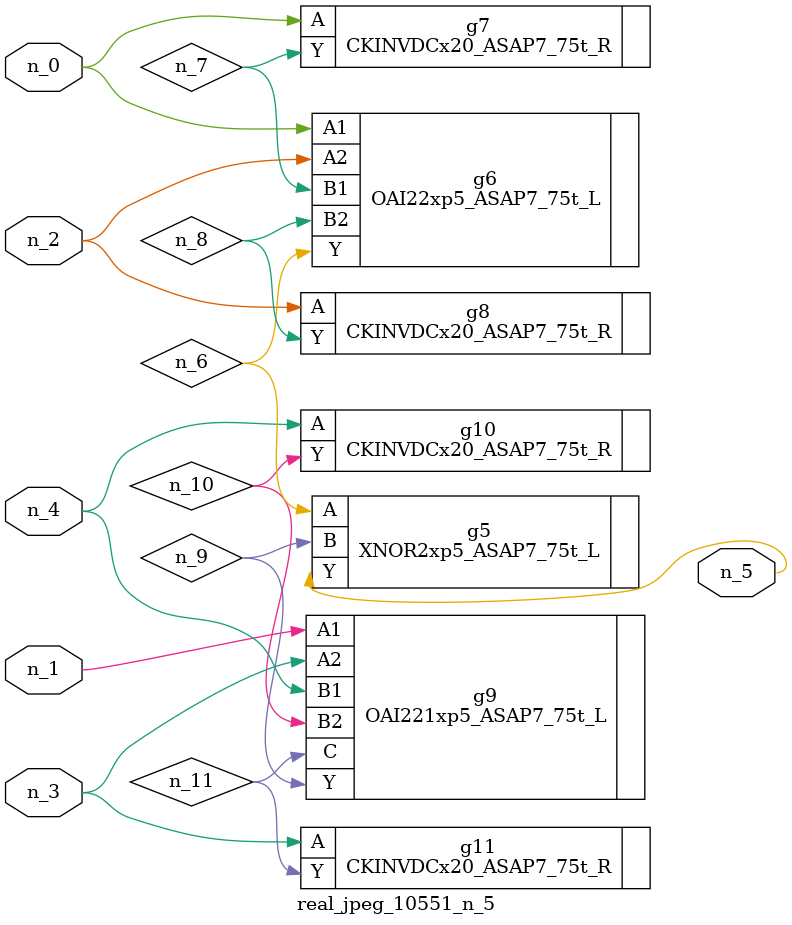
<source format=v>
module real_jpeg_10551_n_5 (n_4, n_0, n_1, n_2, n_3, n_5);

input n_4;
input n_0;
input n_1;
input n_2;
input n_3;

output n_5;

wire n_8;
wire n_11;
wire n_6;
wire n_7;
wire n_10;
wire n_9;

OAI22xp5_ASAP7_75t_L g6 ( 
.A1(n_0),
.A2(n_2),
.B1(n_7),
.B2(n_8),
.Y(n_6)
);

CKINVDCx20_ASAP7_75t_R g7 ( 
.A(n_0),
.Y(n_7)
);

OAI221xp5_ASAP7_75t_L g9 ( 
.A1(n_1),
.A2(n_3),
.B1(n_4),
.B2(n_10),
.C(n_11),
.Y(n_9)
);

CKINVDCx20_ASAP7_75t_R g8 ( 
.A(n_2),
.Y(n_8)
);

CKINVDCx20_ASAP7_75t_R g11 ( 
.A(n_3),
.Y(n_11)
);

CKINVDCx20_ASAP7_75t_R g10 ( 
.A(n_4),
.Y(n_10)
);

XNOR2xp5_ASAP7_75t_L g5 ( 
.A(n_6),
.B(n_9),
.Y(n_5)
);


endmodule
</source>
